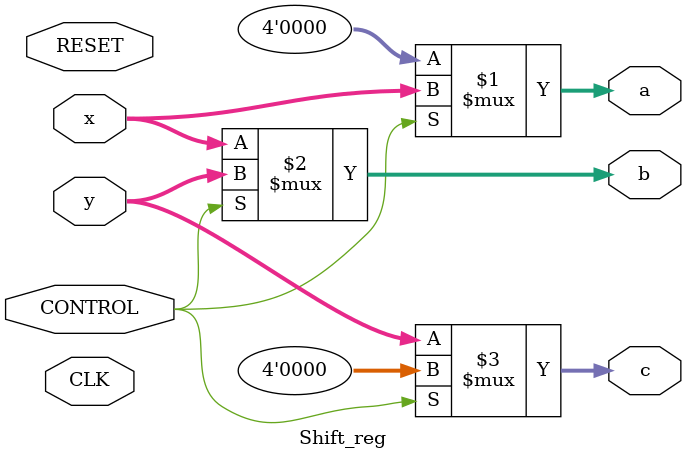
<source format=v>
`timescale 1ns / 1ps


module Shift_reg( input CLK,
    input RESET,
    input CONTROL,
    input [3:0] x,
    input [3:0] y,
    output  [3:0] a,
    output  [3:0] b,
    output  [3:0] c );
       
       
        
        
    assign a = CONTROL ? x : 4'b0000;
    assign b = CONTROL ? y : x;
    assign c = CONTROL ? 4'b0000 : y; 
          
          
         
endmodule


</source>
